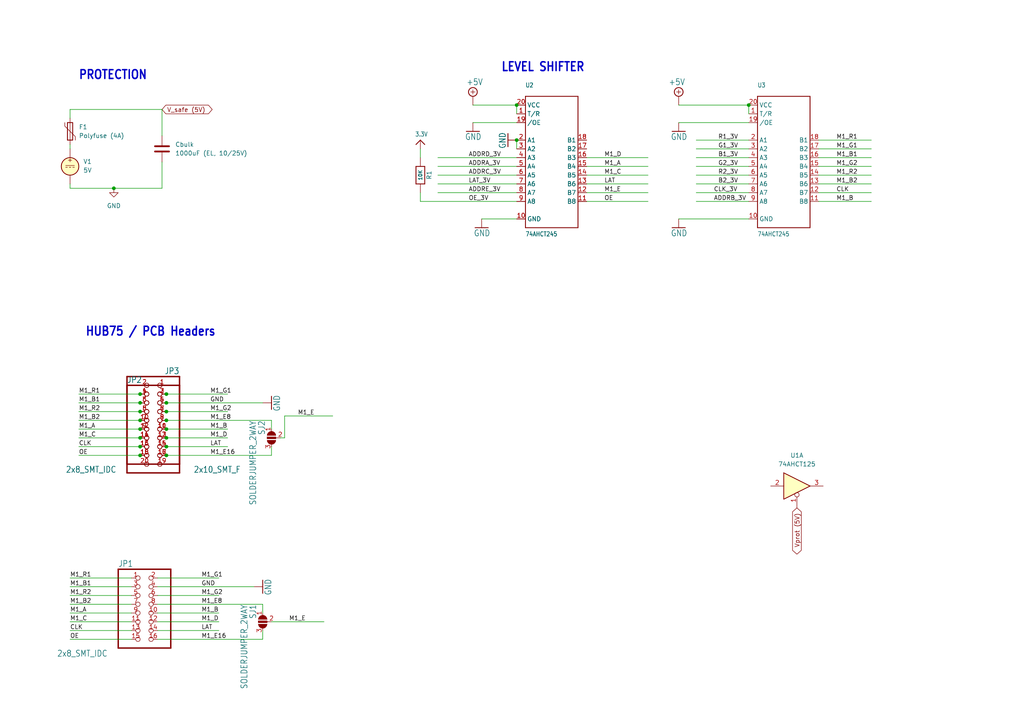
<source format=kicad_sch>
(kicad_sch (version 20231120) (generator "eeschema") (generator_version "8.0")
  (paper "A4")
  (lib_symbols
    (symbol "74xx:74AHCT125" (pin_names (offset 1.016))
      (property "Reference" "U" (at 0 1.27 0))
      (property "Value" "74AHCT125" (at 0 -1.27 0))
      (symbol "74AHCT125_1_0"
        (polyline (pts (xy -3.81 3.81) (xy -3.81 -3.81) (xy 3.81 0) (xy -3.81 3.81)) (stroke (width 0.254)) (fill (type background)))
        (pin input inverted (at 0 -6.35 90) (length 4.445) (name "~") (number "1"))
        (pin input line (at -7.62 0 0) (length 3.81) (name "~") (number "2"))
        (pin tri_state line (at 7.62 0 180) (length 3.81) (name "~") (number "3"))
      )
      (symbol "74AHCT125_2_0"
        (polyline (pts (xy -3.81 3.81) (xy -3.81 -3.81) (xy 3.81 0) (xy -3.81 3.81)) (stroke (width 0.254)) (fill (type background)))
        (pin input inverted (at 0 -6.35 90) (length 4.445) (name "~") (number "4"))
        (pin input line (at -7.62 0 0) (length 3.81) (name "~") (number "5"))
        (pin tri_state line (at 7.62 0 180) (length 3.81) (name "~") (number "6"))
      )
      (symbol "74AHCT125_3_0"
        (polyline (pts (xy -3.81 3.81) (xy -3.81 -3.81) (xy 3.81 0) (xy -3.81 3.81)) (stroke (width 0.254)) (fill (type background)))
        (pin input inverted (at 0 -6.35 90) (length 4.445) (name "~") (number "10"))
        (pin tri_state line (at 7.62 0 180) (length 3.81) (name "~") (number "8"))
        (pin input line (at -7.62 0 0) (length 3.81) (name "~") (number "9"))
      )
      (symbol "74AHCT125_4_0"
        (polyline (pts (xy -3.81 3.81) (xy -3.81 -3.81) (xy 3.81 0) (xy -3.81 3.81)) (stroke (width 0.254)) (fill (type background)))
        (pin tri_state line (at 7.62 0 180) (length 3.81) (name "~") (number "11"))
        (pin input line (at -7.62 0 0) (length 3.81) (name "~") (number "12"))
        (pin input inverted (at 0 -6.35 90) (length 4.445) (name "~") (number "13"))
      )
      (symbol "74AHCT125_5_0"
        (pin power_in line (at 0 12.7 270) (length 5.08) (name "VCC") (number "14"))
        (pin power_in line (at 0 -12.7 90) (length 5.08) (name "GND") (number "7"))
      )
      (symbol "74AHCT125_5_1"
        (rectangle (start -5.08 7.62) (end 5.08 -7.62) (stroke (width 0.254)) (fill (type background)))
      )
    )
    (symbol "Adafruit MatrixPortal S3-eagle-import:3.3V" (power)
      (symbol "3.3V_1_0"
        (polyline (pts (xy -1.27 -1.27) (xy 0 0)) (stroke (width 0.254)))
        (polyline (pts (xy 0 0) (xy 1.27 -1.27)) (stroke (width 0.254)))
        (pin power_in line (at 0 -2.54 90) (length 2.54) (name "3.3V") (number "1"))
      )
    )
    (symbol "Adafruit MatrixPortal S3-eagle-import:74LCX245_TSSOP20"
      (property "Reference" "U" (at -7.62 22.86 0))
      (symbol "74LCX245_TSSOP20_1_0"
        (polyline (pts (xy -7.62 -17.78) (xy -7.62 20.32)) (stroke (width 0.254)))
        (polyline (pts (xy -7.62 20.32) (xy 7.62 20.32)) (stroke (width 0.254)))
        (polyline (pts (xy 7.62 -17.78) (xy -7.62 -17.78)) (stroke (width 0.254)))
        (polyline (pts (xy 7.62 20.32) (xy 7.62 -17.78)) (stroke (width 0.254)))
        (pin bidirectional line (at -10.16 15.24 0) (length 2.54) (name "T/R") (number "1"))
        (pin bidirectional line (at -10.16 -15.24 0) (length 2.54) (name "GND") (number "10"))
        (pin bidirectional line (at 10.16 -10.16 180) (length 2.54) (name "B8") (number "11"))
        (pin bidirectional line (at 10.16 -7.62 180) (length 2.54) (name "B7") (number "12"))
        (pin bidirectional line (at 10.16 -5.08 180) (length 2.54) (name "B6") (number "13"))
        (pin bidirectional line (at 10.16 -2.54 180) (length 2.54) (name "B5") (number "14"))
        (pin bidirectional line (at 10.16 0 180) (length 2.54) (name "B4") (number "15"))
        (pin bidirectional line (at 10.16 2.54 180) (length 2.54) (name "B3") (number "16"))
        (pin bidirectional line (at 10.16 5.08 180) (length 2.54) (name "B2") (number "17"))
        (pin bidirectional line (at 10.16 7.62 180) (length 2.54) (name "B1") (number "18"))
        (pin bidirectional line (at -10.16 12.7 0) (length 2.54) (name "/OE") (number "19"))
        (pin bidirectional line (at -10.16 7.62 0) (length 2.54) (name "A1") (number "2"))
        (pin bidirectional line (at -10.16 17.78 0) (length 2.54) (name "VCC") (number "20"))
        (pin bidirectional line (at -10.16 5.08 0) (length 2.54) (name "A2") (number "3"))
        (pin bidirectional line (at -10.16 2.54 0) (length 2.54) (name "A3") (number "4"))
        (pin bidirectional line (at -10.16 0 0) (length 2.54) (name "A4") (number "5"))
        (pin bidirectional line (at -10.16 -2.54 0) (length 2.54) (name "A5") (number "6"))
        (pin bidirectional line (at -10.16 -5.08 0) (length 2.54) (name "A6") (number "7"))
        (pin bidirectional line (at -10.16 -7.62 0) (length 2.54) (name "A7") (number "8"))
        (pin bidirectional line (at -10.16 -10.16 0) (length 2.54) (name "A8") (number "9"))
      )
    )
    (symbol "Adafruit MatrixPortal S3-eagle-import:HEADER-2X10SMT_FEMALE"
      (property "Reference" "JP" (at -6.35 13.335 0))
      (symbol "HEADER-2X10SMT_FEMALE_1_0"
        (polyline (pts (xy -6.35 -15.24) (xy 8.89 -15.24)) (stroke (width 0.4064)))
        (polyline (pts (xy -6.35 12.7) (xy -6.35 -15.24)) (stroke (width 0.4064)))
        (polyline (pts (xy 8.89 -15.24) (xy 8.89 12.7)) (stroke (width 0.4064)))
        (polyline (pts (xy 8.89 12.7) (xy -6.35 12.7)) (stroke (width 0.4064)))
        (pin passive inverted (at -2.54 10.16 0) (length 2.54) (name "1") (number "1"))
        (pin passive inverted (at 5.08 0 180) (length 2.54) (name "10") (number "10"))
        (pin passive inverted (at -2.54 -2.54 0) (length 2.54) (name "11") (number "11"))
        (pin passive inverted (at 5.08 -2.54 180) (length 2.54) (name "12") (number "12"))
        (pin passive inverted (at -2.54 -5.08 0) (length 2.54) (name "13") (number "13"))
        (pin passive inverted (at 5.08 -5.08 180) (length 2.54) (name "14") (number "14"))
        (pin passive inverted (at -2.54 -7.62 0) (length 2.54) (name "15") (number "15"))
        (pin passive inverted (at 5.08 -7.62 180) (length 2.54) (name "16") (number "16"))
        (pin passive inverted (at -2.54 -10.16 0) (length 2.54) (name "17") (number "17"))
        (pin passive inverted (at 5.08 -10.16 180) (length 2.54) (name "18") (number "18"))
        (pin passive inverted (at -2.54 -12.7 0) (length 2.54) (name "19") (number "19"))
        (pin passive inverted (at 5.08 10.16 180) (length 2.54) (name "2") (number "2"))
        (pin passive inverted (at 5.08 -12.7 180) (length 2.54) (name "20") (number "20"))
        (pin passive inverted (at -2.54 7.62 0) (length 2.54) (name "3") (number "3"))
        (pin passive inverted (at 5.08 7.62 180) (length 2.54) (name "4") (number "4"))
        (pin passive inverted (at -2.54 5.08 0) (length 2.54) (name "5") (number "5"))
        (pin passive inverted (at 5.08 5.08 180) (length 2.54) (name "6") (number "6"))
        (pin passive inverted (at -2.54 2.54 0) (length 2.54) (name "7") (number "7"))
        (pin passive inverted (at 5.08 2.54 180) (length 2.54) (name "8") (number "8"))
        (pin passive inverted (at -2.54 0 0) (length 2.54) (name "9") (number "9"))
      )
    )
    (symbol "Adafruit MatrixPortal S3-eagle-import:HEADER-2X8_SHROUDEDSMT"
      (property "Reference" "JP" (at -8.89 10.795 0))
      (symbol "HEADER-2X8_SHROUDEDSMT_1_0"
        (polyline (pts (xy -8.89 -12.7) (xy 6.35 -12.7)) (stroke (width 0.4064)))
        (polyline (pts (xy -8.89 10.16) (xy -8.89 -12.7)) (stroke (width 0.4064)))
        (polyline (pts (xy 6.35 -12.7) (xy 6.35 10.16)) (stroke (width 0.4064)))
        (polyline (pts (xy 6.35 10.16) (xy -8.89 10.16)) (stroke (width 0.4064)))
        (pin passive inverted (at -5.08 7.62 0) (length 2.54) (name "1") (number "1"))
        (pin passive inverted (at 2.54 -2.54 180) (length 2.54) (name "10") (number "10"))
        (pin passive inverted (at -5.08 -5.08 0) (length 2.54) (name "11") (number "11"))
        (pin passive inverted (at 2.54 -5.08 180) (length 2.54) (name "12") (number "12"))
        (pin passive inverted (at -5.08 -7.62 0) (length 2.54) (name "13") (number "13"))
        (pin passive inverted (at 2.54 -7.62 180) (length 2.54) (name "14") (number "14"))
        (pin passive inverted (at -5.08 -10.16 0) (length 2.54) (name "15") (number "15"))
        (pin passive inverted (at 2.54 -10.16 180) (length 2.54) (name "16") (number "16"))
        (pin passive inverted (at 2.54 7.62 180) (length 2.54) (name "2") (number "2"))
        (pin passive inverted (at -5.08 5.08 0) (length 2.54) (name "3") (number "3"))
        (pin passive inverted (at 2.54 5.08 180) (length 2.54) (name "4") (number "4"))
        (pin passive inverted (at -5.08 2.54 0) (length 2.54) (name "5") (number "5"))
        (pin passive inverted (at 2.54 2.54 180) (length 2.54) (name "6") (number "6"))
        (pin passive inverted (at -5.08 0 0) (length 2.54) (name "7") (number "7"))
        (pin passive inverted (at 2.54 0 180) (length 2.54) (name "8") (number "8"))
        (pin passive inverted (at -5.08 -2.54 0) (length 2.54) (name "9") (number "9"))
      )
    )
    (symbol "Adafruit MatrixPortal S3-eagle-import:RESISTOR_0603_NOOUT"
      (property "Reference" "R" (at 0 2.54 0))
      (symbol "RESISTOR_0603_NOOUT_1_0"
        (polyline (pts (xy -2.54 -1.27) (xy -2.54 1.27)) (stroke (width 0.254)))
        (polyline (pts (xy -2.54 1.27) (xy 2.54 1.27)) (stroke (width 0.254)))
        (polyline (pts (xy 2.54 -1.27) (xy -2.54 -1.27)) (stroke (width 0.254)))
        (polyline (pts (xy 2.54 1.27) (xy 2.54 -1.27)) (stroke (width 0.254)))
        (pin passive line (at -5.08 0 0) (length 2.54) (name "1") (number "1"))
        (pin passive line (at 5.08 0 180) (length 2.54) (name "2") (number "2"))
      )
    )
    (symbol "Adafruit MatrixPortal S3-eagle-import:SOLDERJUMPER_2WAY"
      (property "Reference" "SJ" (at -5.08 -3.81 0))
      (symbol "SOLDERJUMPER_2WAY_1_0"
        (arc (start -0.635 1.27) (mid -1.905 0) (end -0.635 -1.27) (stroke (width 0.0001)) (fill (type outline)))
        (rectangle (start -0.254 -1.27) (end 0.254 1.27) (fill (type outline)))
        (polyline (pts (xy -2.54 0) (xy -1.651 0)) (stroke (width 0.1524)))
        (polyline (pts (xy 0 2.54) (xy 0 0.381)) (stroke (width 0.1524)))
        (polyline (pts (xy 2.54 0) (xy 1.651 0)) (stroke (width 0.1524)))
        (arc (start 0.635 -1.27) (mid 1.905 0) (end 0.635 1.27) (stroke (width 0.0001)) (fill (type outline)))
        (pin passive line (at -2.54 0 0) (length 0) (name "1") (number "1"))
        (pin passive line (at 0 2.54 270) (length 0) (name "2") (number "2"))
        (pin passive line (at 2.54 0 180) (length 0) (name "3") (number "3"))
      )
    )
    (symbol "Adafruit MatrixPortal S3-eagle-import:supply1_GND" (power)
      (symbol "supply1_GND_1_0"
        (polyline (pts (xy -1.905 0) (xy 1.905 0)) (stroke (width 0.254)))
        (pin power_in line (at 0 2.54 270) (length 2.54) (name "GND") (number "1"))
      )
    )
    (symbol "Adafruit MatrixPortal S3-eagle-import:supply2_+5V" (power)
      (symbol "supply2_+5V_1_0"
        (polyline (pts (xy -0.635 1.27) (xy 0.635 1.27)) (stroke (width 0.1524)))
        (polyline (pts (xy 0 0.635) (xy 0 1.905)) (stroke (width 0.1524)))
        (circle (center 0 1.27) (radius 1.27) (stroke (width 0.254)))
        (pin power_in line (at 0 -2.54 90) (length 2.54) (name "+5V") (number "1"))
      )
    )
    (symbol "Device:C" (pin_numbers hide) (pin_names (offset 0.254))
      (property "Reference" "C" (at 0.635 2.54 0))
      (property "Value" "C" (at 0.635 -2.54 0))
      (symbol "C_0_1"
        (polyline (pts (xy -2.032 -0.762) (xy 2.032 -0.762)) (stroke (width 0.508)))
        (polyline (pts (xy -2.032 0.762) (xy 2.032 0.762)) (stroke (width 0.508)))
      )
      (symbol "C_1_1"
        (pin passive line (at 0 3.81 270) (length 2.794) (name "~") (number "1"))
        (pin passive line (at 0 -3.81 90) (length 2.794) (name "~") (number "2"))
      )
    )
    (symbol "Device:Polyfuse" (pin_numbers hide) (pin_names (offset 0))
      (property "Reference" "F" (at -2.54 0 90))
      (property "Value" "Polyfuse" (at 2.54 0 90))
      (symbol "Polyfuse_0_1"
        (rectangle (start -0.762 2.54) (end 0.762 -2.54) (stroke (width 0.254)))
        (polyline (pts (xy 0 2.54) (xy 0 -2.54)))
        (polyline (pts (xy -1.524 2.54) (xy -1.524 1.524) (xy 1.524 -1.524) (xy 1.524 -2.54)))
      )
      (symbol "Polyfuse_1_1"
        (pin passive line (at 0 3.81 270) (length 1.27) (name "~") (number "1"))
        (pin passive line (at 0 -3.81 90) (length 1.27) (name "~") (number "2"))
      )
    )
    (symbol "Simulation_SPICE:VDC" (pin_numbers hide) (pin_names (offset 0.0254))
      (property "Reference" "V" (at 2.54 2.54 0))
      (property "Value" "1" (at 2.54 0 0))
      (symbol "VDC_0_0"
        (polyline (pts (xy -1.27 0.254) (xy 1.27 0.254)))
        (polyline (pts (xy -0.762 -0.254) (xy -1.27 -0.254)))
        (polyline (pts (xy 0.254 -0.254) (xy -0.254 -0.254)))
        (polyline (pts (xy 1.27 -0.254) (xy 0.762 -0.254)))
        (text "+" (at 0 1.905 0) (effects (font (size 1.27 1.27))))
      )
      (symbol "VDC_0_1"
        (circle (center 0 0) (radius 2.54) (stroke (width 0.254)) (fill (type background)))
      )
      (symbol "VDC_1_1"
        (pin passive line (at 0 5.08 270) (length 2.54) (name "~") (number "1"))
        (pin passive line (at 0 -5.08 90) (length 2.54) (name "~") (number "2"))
      )
    )
    (symbol "power:GND" (power) (pin_numbers hide) (pin_names (offset 0) hide)
      (property "Value" "GND" (at 0 -3.81 0))
      (symbol "GND_0_1"
        (polyline (pts (xy 0 0) (xy 0 -1.27) (xy 1.27 -1.27) (xy 0 -2.54) (xy -1.27 -1.27) (xy 0 -1.27)))
      )
      (symbol "GND_1_1"
        (pin power_in line (at 0 0 270) (length 0) (name "~") (number "1"))
      )
    )
  )
  (junction (at 40.64 114.3))
  (junction (at 48.26 124.46))
  (junction (at 40.64 132.08))
  (junction (at 48.26 127))
  (junction (at 40.64 129.54))
  (junction (at 217.17 30.48))
  (junction (at 48.26 119.38))
  (junction (at 48.26 114.3))
  (junction (at 40.64 127))
  (junction (at 33.02 54.61))
  (junction (at 48.26 132.08))
  (junction (at 149.86 40.64))
  (junction (at 40.64 119.38))
  (junction (at 48.26 116.84))
  (junction (at 48.26 129.54))
  (junction (at 40.64 116.84))
  (junction (at 40.64 121.92))
  (junction (at 149.86 30.48))
  (junction (at 48.26 121.92))
  (junction (at 40.64 124.46))
  (wire (pts (xy 20.32 31.75) (xy 46.99 31.75)))
  (wire (pts (xy 252.73 45.72) (xy 237.49 45.72)) (stroke (width 0.1524)))
  (wire (pts (xy 82.55 127) (xy 82.55 120.65)) (stroke (width 0.1524)))
  (wire (pts (xy 149.86 48.26) (xy 127 48.26)) (stroke (width 0.1524)))
  (wire (pts (xy 237.49 50.8) (xy 252.73 50.8)) (stroke (width 0.1524)))
  (wire (pts (xy 45.72 170.18) (xy 73.66 170.18)) (stroke (width 0.1524)))
  (wire (pts (xy 149.86 33.02) (xy 149.86 30.48)) (stroke (width 0.1524)))
  (wire (pts (xy 40.64 114.3) (xy 22.86 114.3)) (stroke (width 0.1524)))
  (wire (pts (xy 201.93 58.42) (xy 217.17 58.42)) (stroke (width 0.1524)))
  (wire (pts (xy 170.18 58.42) (xy 187.96 58.42)) (stroke (width 0.1524)))
  (wire (pts (xy 149.86 40.64) (xy 149.86 43.18)) (stroke (width 0.1524)))
  (wire (pts (xy 22.86 132.08) (xy 40.64 132.08)) (stroke (width 0.1524)))
  (wire (pts (xy 201.93 53.34) (xy 217.17 53.34)) (stroke (width 0.1524)))
  (wire (pts (xy 46.99 46.99) (xy 46.99 54.61)))
  (wire (pts (xy 20.32 53.34) (xy 20.32 54.61)))
  (wire (pts (xy 252.73 53.34) (xy 237.49 53.34)) (stroke (width 0.1524)))
  (wire (pts (xy 121.92 58.42) (xy 121.92 55.88)) (stroke (width 0.1524)))
  (wire (pts (xy 22.86 116.84) (xy 40.64 116.84)) (stroke (width 0.1524)))
  (wire (pts (xy 66.04 114.3) (xy 48.26 114.3)) (stroke (width 0.1524)))
  (wire (pts (xy 217.17 33.02) (xy 217.17 30.48)) (stroke (width 0.1524)))
  (wire (pts (xy 196.85 63.5) (xy 217.17 63.5)) (stroke (width 0.1524)))
  (wire (pts (xy 127 53.34) (xy 149.86 53.34)) (stroke (width 0.1524)))
  (wire (pts (xy 201.93 55.88) (xy 217.17 55.88)) (stroke (width 0.1524)))
  (wire (pts (xy 187.96 48.26) (xy 170.18 48.26)) (stroke (width 0.1524)))
  (wire (pts (xy 63.5 177.8) (xy 45.72 177.8)) (stroke (width 0.1524)))
  (wire (pts (xy 252.73 58.42) (xy 237.49 58.42)) (stroke (width 0.1524)))
  (wire (pts (xy 170.18 55.88) (xy 187.96 55.88)) (stroke (width 0.1524)))
  (wire (pts (xy 20.32 180.34) (xy 38.1 180.34)) (stroke (width 0.1524)))
  (wire (pts (xy 252.73 43.18) (xy 237.49 43.18)) (stroke (width 0.1524)))
  (wire (pts (xy 196.85 35.56) (xy 217.17 35.56)) (stroke (width 0.1524)))
  (wire (pts (xy 76.2 175.26) (xy 76.2 177.8)) (stroke (width 0.1524)))
  (wire (pts (xy 196.85 30.48) (xy 217.17 30.48)) (stroke (width 0.1524)))
  (wire (pts (xy 149.86 55.88) (xy 127 55.88)) (stroke (width 0.1524)))
  (wire (pts (xy 201.93 45.72) (xy 217.17 45.72)) (stroke (width 0.1524)))
  (wire (pts (xy 63.5 167.64) (xy 45.72 167.64)) (stroke (width 0.1524)))
  (wire (pts (xy 170.18 50.8) (xy 187.96 50.8)) (stroke (width 0.1524)))
  (wire (pts (xy 237.49 55.88) (xy 252.73 55.88)) (stroke (width 0.1524)))
  (wire (pts (xy 170.18 45.72) (xy 187.96 45.72)) (stroke (width 0.1524)))
  (wire (pts (xy 20.32 31.75) (xy 20.32 34.29)))
  (wire (pts (xy 137.16 30.48) (xy 149.86 30.48)) (stroke (width 0.1524)))
  (wire (pts (xy 45.72 185.42) (xy 76.2 185.42)) (stroke (width 0.1524)))
  (wire (pts (xy 38.1 167.64) (xy 20.32 167.64)) (stroke (width 0.1524)))
  (wire (pts (xy 20.32 175.26) (xy 38.1 175.26)) (stroke (width 0.1524)))
  (wire (pts (xy 78.74 121.92) (xy 78.74 124.46)) (stroke (width 0.1524)))
  (wire (pts (xy 187.96 53.34) (xy 170.18 53.34)) (stroke (width 0.1524)))
  (wire (pts (xy 149.86 45.72) (xy 127 45.72)) (stroke (width 0.1524)))
  (wire (pts (xy 48.26 121.92) (xy 78.74 121.92)) (stroke (width 0.1524)))
  (wire (pts (xy 40.64 119.38) (xy 22.86 119.38)) (stroke (width 0.1524)))
  (wire (pts (xy 45.72 175.26) (xy 76.2 175.26)) (stroke (width 0.1524)))
  (wire (pts (xy 46.99 31.75) (xy 46.99 39.37)))
  (wire (pts (xy 139.7 63.5) (xy 149.86 63.5)) (stroke (width 0.1524)))
  (wire (pts (xy 201.93 43.18) (xy 217.17 43.18)) (stroke (width 0.1524)))
  (wire (pts (xy 48.26 116.84) (xy 76.2 116.84)) (stroke (width 0.1524)))
  (wire (pts (xy 38.1 177.8) (xy 20.32 177.8)) (stroke (width 0.1524)))
  (wire (pts (xy 20.32 54.61) (xy 33.02 54.61)))
  (wire (pts (xy 78.74 129.54) (xy 78.74 132.08)) (stroke (width 0.1524)))
  (wire (pts (xy 201.93 50.8) (xy 217.17 50.8)) (stroke (width 0.1524)))
  (wire (pts (xy 38.1 172.72) (xy 20.32 172.72)) (stroke (width 0.1524)))
  (wire (pts (xy 201.93 40.64) (xy 217.17 40.64)) (stroke (width 0.1524)))
  (wire (pts (xy 66.04 129.54) (xy 48.26 129.54)) (stroke (width 0.1524)))
  (wire (pts (xy 40.64 129.54) (xy 22.86 129.54)) (stroke (width 0.1524)))
  (wire (pts (xy 63.5 182.88) (xy 45.72 182.88)) (stroke (width 0.1524)))
  (wire (pts (xy 40.64 124.46) (xy 22.86 124.46)) (stroke (width 0.1524)))
  (wire (pts (xy 66.04 124.46) (xy 48.26 124.46)) (stroke (width 0.1524)))
  (wire (pts (xy 78.74 180.34) (xy 93.98 180.34)) (stroke (width 0.1524)))
  (wire (pts (xy 22.86 121.92) (xy 40.64 121.92)) (stroke (width 0.1524)))
  (wire (pts (xy 252.73 48.26) (xy 237.49 48.26)) (stroke (width 0.1524)))
  (wire (pts (xy 38.1 182.88) (xy 20.32 182.88)) (stroke (width 0.1524)))
  (wire (pts (xy 76.2 182.88) (xy 76.2 185.42)) (stroke (width 0.1524)))
  (wire (pts (xy 121.92 45.72) (xy 121.92 43.18)) (stroke (width 0.1524)))
  (wire (pts (xy 82.55 120.65) (xy 96.52 120.65)) (stroke (width 0.1524)))
  (wire (pts (xy 63.5 172.72) (xy 45.72 172.72)) (stroke (width 0.1524)))
  (wire (pts (xy 22.86 127) (xy 40.64 127)) (stroke (width 0.1524)))
  (wire (pts (xy 137.16 35.56) (xy 149.86 35.56)) (stroke (width 0.1524)))
  (wire (pts (xy 81.28 127) (xy 82.55 127)) (stroke (width 0.1524)))
  (wire (pts (xy 127 50.8) (xy 149.86 50.8)) (stroke (width 0.1524)))
  (wire (pts (xy 201.93 48.26) (xy 217.17 48.26)) (stroke (width 0.1524)))
  (wire (pts (xy 20.32 185.42) (xy 38.1 185.42)) (stroke (width 0.1524)))
  (wire (pts (xy 48.26 132.08) (xy 78.74 132.08)) (stroke (width 0.1524)))
  (wire (pts (xy 20.32 43.18) (xy 20.32 41.91)))
  (wire (pts (xy 48.26 127) (xy 66.04 127)) (stroke (width 0.1524)))
  (wire (pts (xy 149.86 58.42) (xy 121.92 58.42)) (stroke (width 0.1524)))
  (wire (pts (xy 45.72 180.34) (xy 63.5 180.34)) (stroke (width 0.1524)))
  (wire (pts (xy 33.02 54.61) (xy 46.99 54.61)))
  (wire (pts (xy 20.32 170.18) (xy 38.1 170.18)) (stroke (width 0.1524)))
  (wire (pts (xy 66.04 119.38) (xy 48.26 119.38)) (stroke (width 0.1524)))
  (wire (pts (xy 237.49 40.64) (xy 252.73 40.64)) (stroke (width 0.1524)))
  (text "LEVEL SHIFTER\n" (at 157.48 19.558 0) (effects (font (size 2.54 2.159) (thickness 0.4318) (bold yes))))
  (text "PROTECTION" (at 32.766 21.844 0) (effects (font (size 2.54 2.159) (thickness 0.4318) (bold yes))))
  (text "HUB75 / PCB Headers\n" (at 43.688 96.266 0) (effects (font (size 2.54 2.159) (thickness 0.4318) (bold yes))))
  (label "CLK" (at 20.32 182.88 0) (effects (font (size 1.2446 1.2446))))
  (label "M1_E" (at 83.82 180.34 0) (effects (font (size 1.2446 1.2446))))
  (label "M1_G1" (at 60.96 114.3 0) (effects (font (size 1.2446 1.2446))))
  (label "M1_E" (at 86.36 120.65 0) (effects (font (size 1.2446 1.2446))))
  (label "M1_G1" (at 242.57 43.18 0) (effects (font (size 1.2446 1.2446))))
  (label "ADDRB_3V" (at 207.01 58.42 0) (effects (font (size 1.2446 1.2446))))
  (label "M1_E8" (at 60.96 121.92 0) (effects (font (size 1.2446 1.2446))))
  (label "M1_B" (at 58.42 177.8 0) (effects (font (size 1.2446 1.2446))))
  (label "M1_B2" (at 20.32 175.26 0) (effects (font (size 1.2446 1.2446))))
  (label "M1_C" (at 175.26 50.8 0) (effects (font (size 1.2446 1.2446))))
  (label "M1_E16" (at 60.96 132.08 0) (effects (font (size 1.2446 1.2446))))
  (label "M1_G2" (at 58.42 172.72 0) (effects (font (size 1.2446 1.2446))))
  (label "B1_3V" (at 208.28 45.72 0) (effects (font (size 1.2446 1.2446))))
  (label "M1_G1" (at 58.42 167.64 0) (effects (font (size 1.2446 1.2446))))
  (label "M1_B2" (at 22.86 121.92 0) (effects (font (size 1.2446 1.2446))))
  (label "M1_E8" (at 58.42 175.26 0) (effects (font (size 1.2446 1.2446))))
  (label "M1_A" (at 22.86 124.46 0) (effects (font (size 1.2446 1.2446))))
  (label "LAT" (at 60.96 129.54 0) (effects (font (size 1.2446 1.2446))))
  (label "M1_B" (at 60.96 124.46 0) (effects (font (size 1.2446 1.2446))))
  (label "M1_C" (at 22.86 127 0) (effects (font (size 1.2446 1.2446))))
  (label "G1_3V" (at 208.28 43.18 0) (effects (font (size 1.2446 1.2446))))
  (label "LAT" (at 58.42 182.88 0) (effects (font (size 1.2446 1.2446))))
  (label "M1_R2" (at 20.32 172.72 0) (effects (font (size 1.2446 1.2446))))
  (label "ADDRE_3V" (at 135.89 55.88 0) (effects (font (size 1.2446 1.2446))))
  (label "OE" (at 22.86 132.08 0) (effects (font (size 1.2446 1.2446))))
  (label "CLK" (at 22.86 129.54 0) (effects (font (size 1.2446 1.2446))))
  (label "M1_G2" (at 60.96 119.38 0) (effects (font (size 1.2446 1.2446))))
  (label "LAT" (at 175.26 53.34 0) (effects (font (size 1.2446 1.2446))))
  (label "ADDRD_3V" (at 135.89 45.72 0) (effects (font (size 1.2446 1.2446))))
  (label "M1_B1" (at 20.32 170.18 0) (effects (font (size 1.2446 1.2446))))
  (label "M1_E16" (at 58.42 185.42 0) (effects (font (size 1.2446 1.2446))))
  (label "M1_D" (at 58.42 180.34 0) (effects (font (size 1.2446 1.2446))))
  (label "CLK" (at 242.57 55.88 0) (effects (font (size 1.2446 1.2446))))
  (label "M1_B2" (at 242.57 53.34 0) (effects (font (size 1.2446 1.2446))))
  (label "M1_R2" (at 242.57 50.8 0) (effects (font (size 1.2446 1.2446))))
  (label "M1_E" (at 175.26 55.88 0) (effects (font (size 1.2446 1.2446))))
  (label "M1_B" (at 242.57 58.42 0) (effects (font (size 1.2446 1.2446))))
  (label "M1_C" (at 20.32 180.34 0) (effects (font (size 1.2446 1.2446))))
  (label "R2_3V" (at 208.28 50.8 0) (effects (font (size 1.2446 1.2446))))
  (label "M1_R1" (at 20.32 167.64 0) (effects (font (size 1.2446 1.2446))))
  (label "M1_B1" (at 242.57 45.72 0) (effects (font (size 1.2446 1.2446))))
  (label "CLK_3V" (at 207.01 55.88 0) (effects (font (size 1.2446 1.2446))))
  (label "M1_D" (at 60.96 127 0) (effects (font (size 1.2446 1.2446))))
  (label "ADDRA_3V" (at 135.89 48.26 0) (effects (font (size 1.2446 1.2446))))
  (label "M1_R1" (at 22.86 114.3 0) (effects (font (size 1.2446 1.2446))))
  (label "B2_3V" (at 208.28 53.34 0) (effects (font (size 1.2446 1.2446))))
  (label "M1_A" (at 175.26 48.26 0) (effects (font (size 1.2446 1.2446))))
  (label "M1_R2" (at 22.86 119.38 0) (effects (font (size 1.2446 1.2446))))
  (label "OE" (at 20.32 185.42 0) (effects (font (size 1.2446 1.2446))))
  (label "OE" (at 175.26 58.42 0) (effects (font (size 1.2446 1.2446))))
  (label "M1_R1" (at 242.57 40.64 0) (effects (font (size 1.2446 1.2446))))
  (label "M1_G2" (at 242.57 48.26 0) (effects (font (size 1.2446 1.2446))))
  (label "ADDRC_3V" (at 135.89 50.8 0) (effects (font (size 1.2446 1.2446))))
  (label "M1_A" (at 20.32 177.8 0) (effects (font (size 1.2446 1.2446))))
  (label "M1_D" (at 175.26 45.72 0) (effects (font (size 1.2446 1.2446))))
  (label "M1_B1" (at 22.86 116.84 0) (effects (font (size 1.2446 1.2446))))
  (label "R1_3V" (at 208.28 40.64 0) (effects (font (size 1.2446 1.2446))))
  (label "G2_3V" (at 208.28 48.26 0) (effects (font (size 1.2446 1.2446))))
  (label "GND" (at 60.96 116.84 0) (effects (font (size 1.2446 1.2446))))
  (label "LAT_3V" (at 135.89 53.34 0) (effects (font (size 1.2446 1.2446))))
  (label "GND" (at 58.42 170.18 0) (effects (font (size 1.2446 1.2446))))
  (label "OE_3V" (at 135.89 58.42 0) (effects (font (size 1.2446 1.2446))))
  (global_label "Vprot (5V)" (shape bidirectional) (at 231.14 147.32 270) (property "Intersheetrefs" "${INTERSHEET_REFS}" (effects (hide yes))))
  (global_label "V_safe (5V)" (shape bidirectional) (at 46.99 31.75 0) (property "Intersheetrefs" "${INTERSHEET_REFS}" (effects (hide yes))))
  (symbol (lib_id "Adafruit MatrixPortal S3-eagle-import:supply1_GND") (at 147.32 40.64 270) (mirror x) (unit 1)
    (property "Reference" "#GND07" (effects (hide yes)))
    (property "Value" "GND" (at 144.78 43.18 0) (effects (font (size 1.778 1.5113)) (justify left bottom)))
  )
  (symbol (lib_id "Adafruit MatrixPortal S3-eagle-import:supply1_GND") (at 137.16 38.1 0) (mirror y) (unit 1)
    (property "Reference" "#GND01" (effects (hide yes)))
    (property "Value" "GND" (at 139.7 40.64 0) (effects (font (size 1.778 1.5113)) (justify left bottom)))
  )
  (symbol (lib_id "Adafruit MatrixPortal S3-eagle-import:SOLDERJUMPER_2WAY") (at 76.2 180.34 270) (unit 1)
    (property "Reference" "SJ1" (at 72.39 175.26 0) (effects (font (size 1.778 1.5113)) (justify left bottom)))
    (property "Value" "SOLDERJUMPER_2WAY" (at 69.85 175.26 0) (effects (font (size 1.778 1.5113)) (justify left bottom)))
    (property "Footprint" "Adafruit MatrixPortal S3:SOLDERJUMPER_2WAY_OPEN_NOPASTE" (effects (hide yes)))
  )
  (symbol (lib_id "Adafruit MatrixPortal S3-eagle-import:3.3V") (at 121.92 40.64 0) (unit 1)
    (property "Reference" "#U$01" (effects (hide yes)))
    (property "Value" "3.3V" (at 120.396 39.624 0) (effects (font (size 1.27 1.0795)) (justify left bottom)))
  )
  (symbol (lib_id "Device:C") (at 46.99 43.18 0) (unit 1)
    (property "Reference" "Cbulk" (at 50.8 41.9099 0) (effects (justify left)))
    (property "Value" "1000uF (EL, 10/25V)" (at 50.8 44.4499 0) (effects (justify left)))
    (property "Description" "Unpolarized capacitor" (effects (hide yes)))
  )
  (symbol (lib_id "Adafruit MatrixPortal S3-eagle-import:74LCX245_TSSOP20") (at 160.02 48.26 0) (unit 1)
    (property "Reference" "U2" (at 152.4 25.4 0) (effects (font (size 1.27 1.0795)) (justify left bottom)))
    (property "Value" "74AHCT245" (at 152.4 68.58 0) (effects (font (size 1.27 1.0795)) (justify left bottom)))
    (property "Footprint" "Adafruit MatrixPortal S3:TSSOP20" (effects (hide yes)))
  )
  (symbol (lib_id "Adafruit MatrixPortal S3-eagle-import:supply1_GND") (at 76.2 170.18 90) (unit 1)
    (property "Reference" "#GND02" (effects (hide yes)))
    (property "Value" "GND" (at 78.74 172.72 0) (effects (font (size 1.778 1.5113)) (justify left bottom)))
  )
  (symbol (lib_id "Adafruit MatrixPortal S3-eagle-import:HEADER-2X8_SHROUDEDSMT") (at 45.72 121.92 0) (unit 1)
    (property "Reference" "JP2" (at 36.83 111.125 0) (effects (font (size 1.778 1.5113)) (justify left bottom)))
    (property "Value" "2x8_SMT_IDC" (at 19.05 137.16 0) (effects (font (size 1.778 1.5113)) (justify left bottom)))
    (property "Footprint" "Adafruit MatrixPortal S3:2X08_SHROUDEDSMT" (effects (hide yes)))
  )
  (symbol (lib_id "Adafruit MatrixPortal S3-eagle-import:supply2_+5V") (at 196.85 27.94 0) (mirror y) (unit 1)
    (property "Reference" "#SUPPLY01" (effects (hide yes)))
    (property "Value" "+5V" (at 198.755 24.765 0) (effects (font (size 1.778 1.5113)) (justify left bottom)))
  )
  (symbol (lib_id "Adafruit MatrixPortal S3-eagle-import:supply1_GND") (at 196.85 38.1 0) (mirror y) (unit 1)
    (property "Reference" "#GND05" (effects (hide yes)))
    (property "Value" "GND" (at 199.39 40.64 0) (effects (font (size 1.778 1.5113)) (justify left bottom)))
  )
  (symbol (lib_id "Device:Polyfuse") (at 20.32 38.1 0) (unit 1)
    (property "Reference" "F1" (at 22.86 36.8299 0) (effects (justify left)))
    (property "Value" "Polyfuse (4A)" (at 22.86 39.3699 0) (effects (justify left)))
    (property "Description" "Resettable fuse, polymeric positive temperature coefficient" (effects (hide yes)))
  )
  (symbol (lib_id "Adafruit MatrixPortal S3-eagle-import:supply1_GND") (at 139.7 66.04 0) (mirror y) (unit 1)
    (property "Reference" "#GND03" (effects (hide yes)))
    (property "Value" "GND" (at 142.24 68.58 0) (effects (font (size 1.778 1.5113)) (justify left bottom)))
  )
  (symbol (lib_id "Adafruit MatrixPortal S3-eagle-import:SOLDERJUMPER_2WAY") (at 78.74 127 270) (unit 1)
    (property "Reference" "SJ2" (at 74.93 121.92 0) (effects (font (size 1.778 1.5113)) (justify left bottom)))
    (property "Value" "SOLDERJUMPER_2WAY" (at 72.39 121.92 0) (effects (font (size 1.778 1.5113)) (justify left bottom)))
    (property "Footprint" "Adafruit MatrixPortal S3:SOLDERJUMPER_2WAY_OPEN_NOPASTE" (effects (hide yes)))
  )
  (symbol (lib_id "Adafruit MatrixPortal S3-eagle-import:supply1_GND") (at 78.74 116.84 90) (unit 1)
    (property "Reference" "#GND04" (effects (hide yes)))
    (property "Value" "GND" (at 81.28 119.38 0) (effects (font (size 1.778 1.5113)) (justify left bottom)))
  )
  (symbol (lib_id "Adafruit MatrixPortal S3-eagle-import:HEADER-2X8_SHROUDEDSMT") (at 43.18 175.26 0) (unit 1)
    (property "Reference" "JP1" (at 34.29 164.465 0) (effects (font (size 1.778 1.5113)) (justify left bottom)))
    (property "Value" "2x8_SMT_IDC" (at 16.51 190.5 0) (effects (font (size 1.778 1.5113)) (justify left bottom)))
    (property "Footprint" "Adafruit MatrixPortal S3:2X08_SHROUDEDSMT" (effects (hide yes)))
  )
  (symbol (lib_id "Simulation_SPICE:VDC") (at 20.32 48.26 0) (unit 1)
    (property "Reference" "V1" (at 24.13 46.8601 0) (effects (justify left)))
    (property "Value" "5V" (at 24.13 49.4001 0) (effects (justify left)))
    (property "Datasheet" "https://ngspice.sourceforge.io/docs/ngspice-html-manual/manual.xhtml#sec_Independent_Sources_for" (effects (hide yes)))
    (property "Description" "Voltage source, DC" (effects (hide yes)))
    (property "Sim.Pins" "1=+ 2=-" (effects (hide yes)))
    (property "Sim.Type" "DC" (effects (hide yes)))
    (property "Sim.Device" "V" (effects (hide yes)))
  )
  (symbol (lib_id "Adafruit MatrixPortal S3-eagle-import:RESISTOR_0603_NOOUT") (at 121.92 50.8 270) (unit 1)
    (property "Reference" "R1" (at 124.46 50.8 0))
    (property "Value" "10K" (at 121.92 50.8 0) (effects (font (size 1.016 1.016) (thickness 0.2032) (bold yes))))
    (property "Footprint" "Adafruit MatrixPortal S3:0603-NO" (effects (hide yes)))
  )
  (symbol (lib_id "74xx:74AHCT125") (at 231.14 140.97 0) (unit 1)
    (property "Reference" "U1" (at 231.14 132.08 0))
    (property "Value" "74AHCT125" (at 231.14 134.62 0))
    (property "Datasheet" "https://www.ti.com/lit/ds/symlink/sn74ahct125.pdf" (effects (hide yes)))
    (property "Description" "Quadruple Bus Buffer Gates With 3-State Outputs" (effects (hide yes)))
  )
  (symbol (lib_id "Adafruit MatrixPortal S3-eagle-import:74LCX245_TSSOP20") (at 227.33 48.26 0) (unit 1)
    (property "Reference" "U3" (at 219.71 25.4 0) (effects (font (size 1.27 1.0795)) (justify left bottom)))
    (property "Value" "74AHCT245" (at 219.71 68.58 0) (effects (font (size 1.27 1.0795)) (justify left bottom)))
    (property "Footprint" "Adafruit MatrixPortal S3:TSSOP20" (effects (hide yes)))
  )
  (symbol (lib_id "Adafruit MatrixPortal S3-eagle-import:supply2_+5V") (at 137.16 27.94 0) (unit 1)
    (property "Reference" "#SUPPLY02" (effects (hide yes)))
    (property "Value" "+5V" (at 135.255 24.765 0) (effects (font (size 1.778 1.5113)) (justify left bottom)))
  )
  (symbol (lib_id "Adafruit MatrixPortal S3-eagle-import:HEADER-2X10SMT_FEMALE") (at 45.72 121.92 0) (mirror y) (unit 1)
    (property "Reference" "JP3" (at 52.07 108.585 0) (effects (font (size 1.778 1.5113)) (justify left bottom)))
    (property "Value" "2x10_SMT_F" (at 69.85 137.16 0) (effects (font (size 1.778 1.5113)) (justify left bottom)))
    (property "Footprint" "Adafruit MatrixPortal S3:2X10_SMT_FEMALE" (effects (hide yes)))
  )
  (symbol (lib_id "Adafruit MatrixPortal S3-eagle-import:supply1_GND") (at 196.85 66.04 0) (mirror y) (unit 1)
    (property "Reference" "#GND06" (effects (hide yes)))
    (property "Value" "GND" (at 199.39 68.58 0) (effects (font (size 1.778 1.5113)) (justify left bottom)))
  )
  (symbol (lib_id "power:GND") (at 33.02 54.61 0) (unit 1)
    (property "Reference" "#PWR01" (effects (hide yes)))
    (property "Value" "GND" (at 33.02 59.69 0))
    (property "Description" "Power symbol creates a global label with name \"GND\" , ground" (effects (hide yes)))
  )
)
</source>
